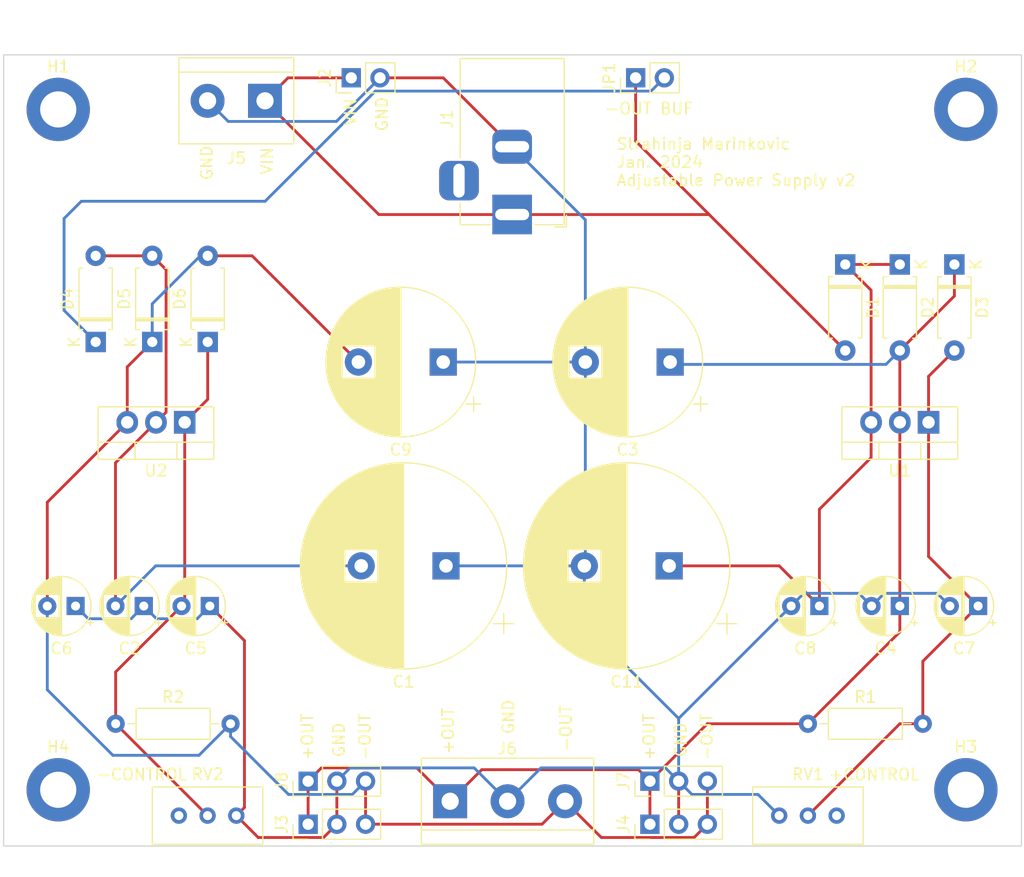
<source format=kicad_pcb>
(kicad_pcb (version 20221018) (generator pcbnew)
  (layers (0 "F.Cu" signal) (31 "B.Cu" signal) (34 "B.Paste" user) (35 "F.Paste" user) (36 "B.SilkS" user "B.Silkscreen") (37 "F.SilkS" user "F.Silkscreen") (38 "B.Mask" user) (39 "F.Mask" user) (44 "Edge.Cuts" user))
  (net 0 "")
  (net 1 "GND")
  (net 2 "POS_OUT")
  (net 3 "Net-(D6-K)")
  (net 4 "NEG_OUT")
  (net 5 "Net-(D3-A)")
  (net 6 "Net-(D1-A)")
  (net 9 "Net-(D4-K)")
  (net 10 "Net-(D4-A)")
  (net 11 "Net-(D1-K)")
  (footprint "Diode_THT:D_A-405_P7.62mm_Horizontal" (layer "F.Cu") (at 166.106784 81.788 -90)
    (fp_text reference "D1" (at 3.81 -2.47 90) (layer "F.SilkS"))
    (fp_text value "1N4002")
    (fp_text user "K" (at 0 -1.9 90) (layer "F.SilkS"))
    (pad "1" thru_hole rect (at 0 0 270) (size 1.8 1.8) (drill 0.9) (layers "*.Cu" "*.Mask") (net 11 "Net-(D1-K)"))
    (pad "2" thru_hole oval (at 7.62 0 270) (size 1.8 1.8) (drill 0.9) (layers "*.Cu" "*.Mask") (net 6 "Net-(D1-A)"))
  )
  (footprint "Capacitor_THT:CP_Radial_D5.0mm_P2.50mm" (layer "F.Cu") (at 98.044 112.014 180)
    (fp_text reference "C6" (at 1.25 -3.75) (layer "F.SilkS"))
    (fp_text value "1uF")
    (pad "1" thru_hole rect (at 0 0 180) (size 1.6 1.6) (drill 0.8) (layers "*.Cu" "*.Mask") (net 1 "GND"))
    (pad "2" thru_hole circle (at 2.5 0 180) (size 1.6 1.6) (drill 0.8) (layers "*.Cu" "*.Mask") (net 4 "NEG_OUT"))
  )
  (footprint "Capacitor_THT:CP_Radial_D13.0mm_P7.50mm" (layer "F.Cu") (at 150.622 90.424 180)
    (fp_text reference "C3" (at 3.75 -7.75) (layer "F.SilkS"))
    (fp_text value "1000uF")
    (pad "1" thru_hole rect (at 0 0 180) (size 2.4 2.4) (drill 1.2) (layers "*.Cu" "*.Mask") (net 2 "POS_OUT"))
    (pad "2" thru_hole circle (at 7.5 0 180) (size 2.4 2.4) (drill 1.2) (layers "*.Cu" "*.Mask") (net 1 "GND"))
  )
  (footprint "MountingHole:MountingHole_3.2mm_M3_DIN965_Pad" (layer "F.Cu") (at 176.774784 128.27)
    (fp_text reference "H3" (at 0 -3.8) (layer "F.SilkS"))
    (fp_text value "MountingHole")
    (pad "1" thru_hole circle (at 0 0) (size 5.6 5.6) (drill 3.2) (layers "*.Cu" "*.Mask"))
  )
  (footprint "Capacitor_THT:CP_Radial_D13.0mm_P7.50mm" (layer "F.Cu") (at 130.556 90.424 180)
    (fp_text reference "C9" (at 3.75 -7.75) (layer "F.SilkS"))
    (fp_text value "1000uF")
    (pad "1" thru_hole rect (at 0 0 180) (size 2.4 2.4) (drill 1.2) (layers "*.Cu" "*.Mask") (net 1 "GND"))
    (pad "2" thru_hole circle (at 7.5 0 180) (size 2.4 2.4) (drill 1.2) (layers "*.Cu" "*.Mask") (net 4 "NEG_OUT"))
  )
  (footprint "Capacitor_THT:CP_Radial_D5.0mm_P2.50mm" (layer "F.Cu") (at 109.917113 112.014 180)
    (fp_text reference "C5" (at 1.25 -3.75) (layer "F.SilkS"))
    (fp_text value "10uF")
    (pad "1" thru_hole rect (at 0 0 180) (size 1.6 1.6) (drill 0.8) (layers "*.Cu" "*.Mask") (net 1 "GND"))
    (pad "2" thru_hole circle (at 2.5 0 180) (size 1.6 1.6) (drill 0.8) (layers "*.Cu" "*.Mask") (net 3 "Net-(D6-K)"))
  )
  (footprint "Resistor_THT:R_Axial_DIN0207_L6.3mm_D2.5mm_P10.16mm_Horizontal" (layer "F.Cu") (at 101.590784 122.428)
    (fp_text reference "R2" (at 5.08 -2.37) (layer "F.SilkS"))
    (fp_text value "120")
    (pad "1" thru_hole circle (at 0 0) (size 1.6 1.6) (drill 0.8) (layers "*.Cu" "*.Mask") (net 3 "Net-(D6-K)"))
    (pad "2" thru_hole oval (at 10.16 0) (size 1.6 1.6) (drill 0.8) (layers "*.Cu" "*.Mask") (net 4 "NEG_OUT"))
  )
  (footprint "Connector_PinHeader_2.54mm:PinHeader_1x02_P2.54mm_Vertical" (layer "F.Cu") (at 147.569 65.278 90)
    (fp_text reference "JP1" (at 0 -2.33 90) (layer "F.SilkS"))
    (fp_text value "Jumper_2_Bridged")
    (pad "1" thru_hole rect (at 0 0 90) (size 1.7 1.7) (drill 1) (layers "*.Cu" "*.Mask") (net 6 "Net-(D1-A)"))
    (pad "2" thru_hole oval (at 0 2.54 90) (size 1.7 1.7) (drill 1) (layers "*.Cu" "*.Mask") (net 9 "Net-(D4-K)"))
  )
  (footprint "MountingHole:MountingHole_3.2mm_M3_DIN965_Pad" (layer "F.Cu") (at 96.510784 128.27)
    (fp_text reference "H4" (at 0 -3.8) (layer "F.SilkS"))
    (fp_text value "MountingHole")
    (pad "1" thru_hole circle (at 0 0) (size 5.6 5.6) (drill 3.2) (layers "*.Cu" "*.Mask"))
  )
  (footprint "Potentiometer_THT:Potentiometer_Bourns_3296W_Vertical" (layer "F.Cu") (at 112.258784 130.556)
    (fp_text reference "RV2" (at -2.54 -3.66) (layer "F.SilkS"))
    (fp_text value "10K")
    (pad "1" thru_hole circle (at 0 0) (size 1.44 1.44) (drill 0.8) (layers "*.Cu" "*.Mask") (net 1 "GND"))
    (pad "2" thru_hole circle (at -2.54 0) (size 1.44 1.44) (drill 0.8) (layers "*.Cu" "*.Mask") (net 3 "Net-(D6-K)"))
    (pad "3" thru_hole circle (at -5.08 0) (size 1.44 1.44) (drill 0.8) (layers "*.Cu" "*.Mask"))
  )
  (footprint "Connector_PinHeader_2.54mm:PinHeader_1x03_P2.54mm_Vertical" (layer "F.Cu") (at 148.834784 127.508 90)
    (fp_text reference "J7" (at 0 -2.33 90) (layer "F.SilkS"))
    (fp_text value "Conn_01x03")
    (pad "1" thru_hole rect (at 0 0 90) (size 1.7 1.7) (drill 1) (layers "*.Cu" "*.Mask") (net 2 "POS_OUT"))
    (pad "2" thru_hole oval (at 0 2.54 90) (size 1.7 1.7) (drill 1) (layers "*.Cu" "*.Mask") (net 1 "GND"))
    (pad "3" thru_hole oval (at 0 5.08 90) (size 1.7 1.7) (drill 1) (layers "*.Cu" "*.Mask") (net 4 "NEG_OUT"))
  )
  (footprint "Package_TO_SOT_THT:TO-220-3_Vertical" (layer "F.Cu") (at 107.696 95.758 180)
    (fp_text reference "U2" (at 2.54 -4.27) (layer "F.SilkS"))
    (fp_text value "LM337_TO220")
    (pad "1" thru_hole rect (at 0 0 180) (size 1.905 2) (drill 1.1) (layers "*.Cu" "*.Mask") (net 3 "Net-(D6-K)"))
    (pad "2" thru_hole oval (at 2.54 0 180) (size 1.905 2) (drill 1.1) (layers "*.Cu" "*.Mask") (net 10 "Net-(D4-A)"))
    (pad "3" thru_hole oval (at 5.08 0 180) (size 1.905 2) (drill 1.1) (layers "*.Cu" "*.Mask") (net 4 "NEG_OUT"))
  )
  (footprint "Connector_BarrelJack:BarrelJack_Horizontal" (layer "F.Cu") (at 136.652 77.374 -90)
    (fp_text reference "J1" (at -8.45 5.75 90) (layer "F.SilkS"))
    (fp_text value "Jack-DC")
    (pad "1" thru_hole rect (at 0 0 270) (size 3.5 3.5) (drill oval 1 3) (layers "*.Cu" "*.Mask") (net 6 "Net-(D1-A)"))
    (pad "2" thru_hole roundrect (at -6 0 270) (size 3 3.5) (drill oval 1 3) (layers "*.Cu" "*.Mask") (net 1 "GND"))
    (pad "3" thru_hole roundrect (at -3 4.7 270) (size 3.5 3.5) (drill oval 3 1) (layers "*.Cu" "*.Mask"))
  )
  (footprint "Potentiometer_THT:Potentiometer_Bourns_3296W_Vertical" (layer "F.Cu") (at 165.344784 130.556)
    (fp_text reference "RV1" (at -2.54 -3.66) (layer "F.SilkS"))
    (fp_text value "10K")
    (pad "1" thru_hole circle (at 0 0) (size 1.44 1.44) (drill 0.8) (layers "*.Cu" "*.Mask"))
    (pad "2" thru_hole circle (at -2.54 0) (size 1.44 1.44) (drill 0.8) (layers "*.Cu" "*.Mask") (net 5 "Net-(D3-A)"))
    (pad "3" thru_hole circle (at -5.08 0) (size 1.44 1.44) (drill 0.8) (layers "*.Cu" "*.Mask") (net 1 "GND"))
  )
  (footprint "Package_TO_SOT_THT:TO-220-3_Vertical" (layer "F.Cu") (at 173.472784 95.758 180)
    (fp_text reference "U1" (at 2.54 -4.27) (layer "F.SilkS"))
    (fp_text value "LM317_TO-220")
    (pad "1" thru_hole rect (at 0 0 180) (size 1.905 2) (drill 1.1) (layers "*.Cu" "*.Mask") (net 5 "Net-(D3-A)"))
    (pad "2" thru_hole oval (at 2.54 0 180) (size 1.905 2) (drill 1.1) (layers "*.Cu" "*.Mask") (net 2 "POS_OUT"))
    (pad "3" thru_hole oval (at 5.08 0 180) (size 1.905 2) (drill 1.1) (layers "*.Cu" "*.Mask") (net 11 "Net-(D1-K)"))
  )
  (footprint "Connector_PinHeader_2.54mm:PinHeader_1x03_P2.54mm_Vertical" (layer "F.Cu") (at 118.608784 127.508 90)
    (fp_text reference "J8" (at 0 -2.33 90) (layer "F.SilkS"))
    (fp_text value "Conn_01x03")
    (pad "1" thru_hole rect (at 0 0 90) (size 1.7 1.7) (drill 1) (layers "*.Cu" "*.Mask") (net 2 "POS_OUT"))
    (pad "2" thru_hole oval (at 0 2.54 90) (size 1.7 1.7) (drill 1) (layers "*.Cu" "*.Mask") (net 1 "GND"))
    (pad "3" thru_hole oval (at 0 5.08 90) (size 1.7 1.7) (drill 1) (layers "*.Cu" "*.Mask") (net 4 "NEG_OUT"))
  )
  (footprint "Connector_PinHeader_2.54mm:PinHeader_1x02_P2.54mm_Vertical" (layer "F.Cu") (at 122.423 65.278 90)
    (fp_text reference "J2" (at 0 -2.33 90) (layer "F.SilkS"))
    (fp_text value "Conn_01x02")
    (pad "1" thru_hole rect (at 0 0 90) (size 1.7 1.7) (drill 1) (layers "*.Cu" "*.Mask") (net 6 "Net-(D1-A)"))
    (pad "2" thru_hole oval (at 0 2.54 90) (size 1.7 1.7) (drill 1) (layers "*.Cu" "*.Mask") (net 1 "GND"))
  )
  (footprint "MountingHole:MountingHole_3.2mm_M3_DIN965_Pad" (layer "F.Cu") (at 96.510784 68.072)
    (fp_text reference "H1" (at 0 -3.8) (layer "F.SilkS"))
    (fp_text value "MountingHole")
    (pad "1" thru_hole circle (at 0 0) (size 5.6 5.6) (drill 3.2) (layers "*.Cu" "*.Mask"))
  )
  (footprint "Capacitor_THT:CP_Radial_D5.0mm_P2.50mm" (layer "F.Cu") (at 163.820784 112.014 180)
    (fp_text reference "C8" (at 1.25 -3.75) (layer "F.SilkS"))
    (fp_text value "1uF")
    (pad "1" thru_hole rect (at 0 0 180) (size 1.6 1.6) (drill 0.8) (layers "*.Cu" "*.Mask") (net 11 "Net-(D1-K)"))
    (pad "2" thru_hole circle (at 2.5 0 180) (size 1.6 1.6) (drill 0.8) (layers "*.Cu" "*.Mask") (net 1 "GND"))
  )
  (footprint "Capacitor_THT:CP_Radial_D5.0mm_P2.50mm" (layer "F.Cu") (at 177.855672 112.014 180)
    (fp_text reference "C7" (at 1.25 -3.75) (layer "F.SilkS"))
    (fp_text value "10uF")
    (pad "1" thru_hole rect (at 0 0 180) (size 1.6 1.6) (drill 0.8) (layers "*.Cu" "*.Mask") (net 5 "Net-(D3-A)"))
    (pad "2" thru_hole circle (at 2.5 0 180) (size 1.6 1.6) (drill 0.8) (layers "*.Cu" "*.Mask") (net 1 "GND"))
  )
  (footprint "Diode_THT:D_A-405_P7.62mm_Horizontal" (layer "F.Cu") (at 170.932784 81.788 -90)
    (fp_text reference "D2" (at 3.81 -2.47 90) (layer "F.SilkS"))
    (fp_text value "1N4002")
    (fp_text user "K" (at 0 -1.9 90) (layer "F.SilkS"))
    (pad "1" thru_hole rect (at 0 0 270) (size 1.8 1.8) (drill 0.9) (layers "*.Cu" "*.Mask") (net 11 "Net-(D1-K)"))
    (pad "2" thru_hole oval (at 7.62 0 270) (size 1.8 1.8) (drill 0.9) (layers "*.Cu" "*.Mask") (net 2 "POS_OUT"))
  )
  (footprint "Diode_THT:D_A-405_P7.62mm_Horizontal" (layer "F.Cu") (at 104.824784 88.646 90)
    (fp_text reference "D5" (at 3.81 -2.47 90) (layer "F.SilkS"))
    (fp_text value "1N4002")
    (fp_text user "K" (at 0 -1.9 90) (layer "F.SilkS"))
    (pad "1" thru_hole rect (at 0 0 90) (size 1.8 1.8) (drill 0.9) (layers "*.Cu" "*.Mask") (net 4 "NEG_OUT"))
    (pad "2" thru_hole oval (at 7.62 0 90) (size 1.8 1.8) (drill 0.9) (layers "*.Cu" "*.Mask") (net 10 "Net-(D4-A)"))
  )
  (footprint "Connector_PinHeader_2.54mm:PinHeader_1x03_P2.54mm_Vertical" (layer "F.Cu") (at 148.834784 131.318 90)
    (fp_text reference "J4" (at 0 -2.33 90) (layer "F.SilkS"))
    (fp_text value "Conn_01x03")
    (pad "1" thru_hole rect (at 0 0 90) (size 1.7 1.7) (drill 1) (layers "*.Cu" "*.Mask") (net 2 "POS_OUT"))
    (pad "2" thru_hole oval (at 0 2.54 90) (size 1.7 1.7) (drill 1) (layers "*.Cu" "*.Mask") (net 1 "GND"))
    (pad "3" thru_hole oval (at 0 5.08 90) (size 1.7 1.7) (drill 1) (layers "*.Cu" "*.Mask") (net 4 "NEG_OUT"))
  )
  (footprint "Capacitor_THT:CP_Radial_D18.0mm_P7.50mm" (layer "F.Cu") (at 130.800784 108.458 180)
    (fp_text reference "C1" (at 3.75 -10.25) (layer "F.SilkS"))
    (fp_text value "4700uF")
    (pad "1" thru_hole rect (at 0 0 180) (size 2.4 2.4) (drill 1.2) (layers "*.Cu" "*.Mask") (net 1 "GND"))
    (pad "2" thru_hole circle (at 7.5 0 180) (size 2.4 2.4) (drill 1.2) (layers "*.Cu" "*.Mask") (net 10 "Net-(D4-A)"))
  )
  (footprint "Resistor_THT:R_Axial_DIN0207_L6.3mm_D2.5mm_P10.16mm_Horizontal" (layer "F.Cu") (at 162.804784 122.428)
    (fp_text reference "R1" (at 5.08 -2.37) (layer "F.SilkS"))
    (fp_text value "240")
    (pad "1" thru_hole circle (at 0 0) (size 1.6 1.6) (drill 0.8) (layers "*.Cu" "*.Mask") (net 2 "POS_OUT"))
    (pad "2" thru_hole oval (at 10.16 0) (size 1.6 1.6) (drill 0.8) (layers "*.Cu" "*.Mask") (net 5 "Net-(D3-A)"))
  )
  (footprint "Capacitor_THT:CP_Radial_D5.0mm_P2.50mm" (layer "F.Cu") (at 170.932784 112.014 180)
    (fp_text reference "C4" (at 1.25 -3.75) (layer "F.SilkS"))
    (fp_text value "1uF")
    (pad "1" thru_hole rect (at 0 0 180) (size 1.6 1.6) (drill 0.8) (layers "*.Cu" "*.Mask") (net 2 "POS_OUT"))
    (pad "2" thru_hole circle (at 2.5 0 180) (size 1.6 1.6) (drill 0.8) (layers "*.Cu" "*.Mask") (net 1 "GND"))
  )
  (footprint "Diode_THT:D_A-405_P7.62mm_Horizontal" (layer "F.Cu") (at 109.728 88.646 90)
    (fp_text reference "D6" (at 3.81 -2.47 90) (layer "F.SilkS"))
    (fp_text value "1N4002")
    (fp_text user "K" (at 0 -1.9 90) (layer "F.SilkS"))
    (pad "1" thru_hole rect (at 0 0 90) (size 1.8 1.8) (drill 0.9) (layers "*.Cu" "*.Mask") (net 3 "Net-(D6-K)"))
    (pad "2" thru_hole oval (at 7.62 0 90) (size 1.8 1.8) (drill 0.9) (layers "*.Cu" "*.Mask") (net 4 "NEG_OUT"))
  )
  (footprint "Capacitor_THT:CP_Radial_D5.0mm_P2.50mm" (layer "F.Cu") (at 104.075113 112.014 180)
    (fp_text reference "C2" (at 1.25 -3.75) (layer "F.SilkS"))
    (fp_text value "1uF")
    (pad "1" thru_hole rect (at 0 0 180) (size 1.6 1.6) (drill 0.8) (layers "*.Cu" "*.Mask") (net 1 "GND"))
    (pad "2" thru_hole circle (at 2.5 0 180) (size 1.6 1.6) (drill 0.8) (layers "*.Cu" "*.Mask") (net 10 "Net-(D4-A)"))
  )
  (footprint "Connector_PinHeader_2.54mm:PinHeader_1x03_P2.54mm_Vertical" (layer "F.Cu") (at 118.608784 131.318 90)
    (fp_text reference "J3" (at 0 -2.33 90) (layer "F.SilkS"))
    (fp_text value "Conn_01x03")
    (pad "1" thru_hole rect (at 0 0 90) (size 1.7 1.7) (drill 1) (layers "*.Cu" "*.Mask") (net 2 "POS_OUT"))
    (pad "2" thru_hole oval (at 0 2.54 90) (size 1.7 1.7) (drill 1) (layers "*.Cu" "*.Mask") (net 1 "GND"))
    (pad "3" thru_hole oval (at 0 5.08 90) (size 1.7 1.7) (drill 1) (layers "*.Cu" "*.Mask") (net 4 "NEG_OUT"))
  )
  (footprint "Diode_THT:D_A-405_P7.62mm_Horizontal" (layer "F.Cu") (at 175.758784 81.788 -90)
    (fp_text reference "D3" (at 3.81 -2.47 90) (layer "F.SilkS"))
    (fp_text value "1N4002")
    (fp_text user "K" (at 0 -1.9 90) (layer "F.SilkS"))
    (pad "1" thru_hole rect (at 0 0 270) (size 1.8 1.8) (drill 0.9) (layers "*.Cu" "*.Mask") (net 2 "POS_OUT"))
    (pad "2" thru_hole oval (at 7.62 0 270) (size 1.8 1.8) (drill 0.9) (layers "*.Cu" "*.Mask") (net 5 "Net-(D3-A)"))
  )
  (footprint "TerminalBlock:TerminalBlock_bornier-2_P5.08mm" (layer "F.Cu") (at 114.798784 67.31 180)
    (fp_text reference "J5" (at 2.54 -5.08) (layer "F.SilkS"))
    (fp_text value "Conn_01x02")
    (pad "1" thru_hole rect (at 0 0 180) (size 3 3) (drill 1.52) (layers "*.Cu" "*.Mask") (net 6 "Net-(D1-A)"))
    (pad "2" thru_hole circle (at 5.08 0 180) (size 3 3) (drill 1.52) (layers "*.Cu" "*.Mask") (net 1 "GND"))
  )
  (footprint "Capacitor_THT:CP_Radial_D18.0mm_P7.50mm" (layer "F.Cu") (at 150.534564 108.458 180)
    (fp_text reference "C11" (at 3.75 -10.25) (layer "F.SilkS"))
    (fp_text value "4700uF")
    (pad "1" thru_hole rect (at 0 0 180) (size 2.4 2.4) (drill 1.2) (layers "*.Cu" "*.Mask") (net 11 "Net-(D1-K)"))
    (pad "2" thru_hole circle (at 7.5 0 180) (size 2.4 2.4) (drill 1.2) (layers "*.Cu" "*.Mask") (net 1 "GND"))
  )
  (footprint "TerminalBlock:TerminalBlock_bornier-3_P5.08mm" (layer "F.Cu") (at 131.166784 129.286)
    (fp_text reference "J6" (at 5.05 -4.65) (layer "F.SilkS"))
    (fp_text value "Conn_01x03")
    (pad "1" thru_hole rect (at 0 0) (size 3 3) (drill 1.52) (layers "*.Cu" "*.Mask") (net 2 "POS_OUT"))
    (pad "2" thru_hole circle (at 5.08 0) (size 3 3) (drill 1.52) (layers "*.Cu" "*.Mask") (net 1 "GND"))
    (pad "3" thru_hole circle (at 10.16 0) (size 3 3) (drill 1.52) (layers "*.Cu" "*.Mask") (net 4 "NEG_OUT"))
  )
  (footprint "Diode_THT:D_A-405_P7.62mm_Horizontal" (layer "F.Cu") (at 99.822 88.646 90)
    (fp_text reference "D4" (at 3.81 -2.47 90) (layer "F.SilkS"))
    (fp_text value "1N4002")
    (fp_text user "K" (at 0 -1.9 90) (layer "F.SilkS"))
    (pad "1" thru_hole rect (at 0 0 90) (size 1.8 1.8) (drill 0.9) (layers "*.Cu" "*.Mask") (net 9 "Net-(D4-K)"))
    (pad "2" thru_hole oval (at 7.62 0 90) (size 1.8 1.8) (drill 0.9) (layers "*.Cu" "*.Mask") (net 10 "Net-(D4-A)"))
  )
  (footprint "MountingHole:MountingHole_3.2mm_M3_DIN965_Pad" (layer "F.Cu") (at 176.774784 68.072)
    (fp_text reference "H2" (at 0 -3.8) (layer "F.SilkS"))
    (fp_text value "MountingHole")
    (pad "1" thru_hole circle (at 0 0) (size 5.6 5.6) (drill 3.2) (layers "*.Cu" "*.Mask"))
  )
  (gr_rect (start 91.684784 63.246) (end 181.684784 133.246) (stroke (width 0.1)) (fill none) (layer "Edge.Cuts"))
  (gr_text "+OUT" (at 131.572 125.222 90) (layer "F.SilkS") (effects (font (size 1 1)) (justify left bottom)))
  (gr_text "+CONTROL" (at 164.592 127.508) (layer "F.SilkS") (effects (font (size 1 1)) (justify left bottom)))
  (gr_text "VIN" (at 115.57 73.914 90) (layer "F.SilkS") (effects (font (size 1 1)) (justify left bottom)))
  (gr_text "+OUT" (at 149.352 125.73 90) (layer "F.SilkS") (effects (font (size 1 1)) (justify left bottom)))
  (gr_text "GND" (at 136.906 123.444 90) (layer "F.SilkS") (effects (font (size 1 1)) (justify left bottom)))
  (gr_text "Strahinja Marinkovic\nJan. 2024\nAdjustable Power Supply v2" (at 145.796 74.93) (layer "F.SilkS") (effects (font (size 1 1)) (justify left bottom)))
  (gr_text "-OUT" (at 141.986 124.968 90) (layer "F.SilkS") (effects (font (size 1 1)) (justify left bottom)))
  (gr_text "GND" (at 125.73 70.104 90) (layer "F.SilkS") (effects (font (size 1 1)) (justify left bottom)))
  (gr_text "-CONTROL" (at 99.822 127.508) (layer "F.SilkS") (effects (font (size 1 1)) (justify left bottom)))
  (gr_text "GND" (at 110.236 74.422 90) (layer "F.SilkS") (effects (font (size 1 1)) (justify left bottom)))
  (gr_text "GND" (at 121.92 125.476 90) (layer "F.SilkS") (effects (font (size 1 1)) (justify left bottom)))
  (gr_text "+OUT" (at 119.126 125.73 90) (layer "F.SilkS") (effects (font (size 1 1)) (justify left bottom)))
  (gr_text "GND" (at 152.146 125.476 90) (layer "F.SilkS") (effects (font (size 1 1)) (justify left bottom)))
  (gr_text "-OUT" (at 124.206 125.73 90) (layer "F.SilkS") (effects (font (size 1 1)) (justify left bottom)))
  (gr_text "-OUT" (at 154.432 125.73 90) (layer "F.SilkS") (effects (font (size 1 1)) (justify left bottom)))
  (gr_text "VIN" (at 122.936 69.596 90) (layer "F.SilkS") (effects (font (size 1 1)) (justify left bottom)))
  (gr_text "-OUT BUF" (at 144.78 68.58) (layer "F.SilkS") (effects (font (size 1 1)) (justify left bottom)))
  (segment (start 151.374784 127.508) (end 151.374784 131.318) (width 0.25) (layer "F.Cu") (net 1))
  (segment (start 130.556 65.278) (end 136.652 71.374) (width 0.25) (layer "F.Cu") (net 1))
  (segment (start 112.978783 115.07567) (end 109.917113 112.014) (width 0.25) (layer "F.Cu") (net 1))
  (segment (start 121.148784 127.508) (end 121.148784 131.318) (width 0.25) (layer "F.Cu") (net 1))
  (segment (start 124.963 65.278) (end 130.556 65.278) (width 0.25) (layer "F.Cu") (net 1))
  (segment (start 112.258784 130.556) (end 112.978783 129.836001) (width 0.25) (layer "F.Cu") (net 1))
  (segment (start 121.148784 131.318) (end 119.973784 132.493) (width 0.25) (layer "F.Cu") (net 1))
  (segment (start 119.973784 132.493) (end 114.195784 132.493) (width 0.25) (layer "F.Cu") (net 1))
  (segment (start 114.195784 132.493) (end 112.258784 130.556) (width 0.25) (layer "F.Cu") (net 1))
  (segment (start 112.978783 129.836001) (end 112.978783 115.07567) (width 0.25) (layer "F.Cu") (net 1))
  (segment (start 98.044 112.014) (end 99.169 113.139) (width 0.25) (layer "B.Cu") (net 1))
  (segment (start 151.374784 127.508) (end 151.374784 121.96) (width 0.25) (layer "B.Cu") (net 1))
  (segment (start 99.169 113.139) (end 102.950113 113.139) (width 0.25) (layer "B.Cu") (net 1))
  (segment (start 108.792113 113.139) (end 109.917113 112.014) (width 0.25) (layer "B.Cu") (net 1))
  (segment (start 130.800784 108.458) (end 143.034564 108.458) (width 0.25) (layer "B.Cu") (net 1))
  (segment (start 143.122 77.844) (end 143.122 90.424) (width 0.25) (layer "B.Cu") (net 1))
  (segment (start 162.445784 110.889) (end 161.320784 112.014) (width 0.25) (layer "B.Cu") (net 1))
  (segment (start 143.122 90.424) (end 143.122 108.370564) (width 0.25) (layer "B.Cu") (net 1))
  (segment (start 136.246784 129.286) (end 139.199784 126.333) (width 0.25) (layer "B.Cu") (net 1))
  (segment (start 122.323784 126.333) (end 121.148784 127.508) (width 0.25) (layer "B.Cu") (net 1))
  (segment (start 109.718784 67.31) (end 111.543784 69.135) (width 0.25) (layer "B.Cu") (net 1))
  (segment (start 136.652 71.374) (end 143.122 77.844) (width 0.25) (layer "B.Cu") (net 1))
  (segment (start 143.122 108.370564) (end 143.034564 108.458) (width 0.25) (layer "B.Cu") (net 1))
  (segment (start 104.075113 112.014) (end 105.200113 113.139) (width 0.25) (layer "B.Cu") (net 1))
  (segment (start 102.950113 113.139) (end 104.075113 112.014) (width 0.25) (layer "B.Cu") (net 1))
  (segment (start 111.543784 69.135) (end 121.106 69.135) (width 0.25) (layer "B.Cu") (net 1))
  (segment (start 150.199784 126.333) (end 151.374784 127.508) (width 0.25) (layer "B.Cu") (net 1))
  (segment (start 136.246784 129.286) (end 133.293784 126.333) (width 0.25) (layer "B.Cu") (net 1))
  (segment (start 169.557784 110.889) (end 168.432784 112.014) (width 0.25) (layer "B.Cu") (net 1))
  (segment (start 105.200113 113.139) (end 108.792113 113.139) (width 0.25) (layer "B.Cu") (net 1))
  (segment (start 175.355672 112.014) (end 174.230672 110.889) (width 0.25) (layer "B.Cu") (net 1))
  (segment (start 151.374784 121.96) (end 161.320784 112.014) (width 0.25) (layer "B.Cu") (net 1))
  (segment (start 121.106 69.135) (end 124.963 65.278) (width 0.25) (layer "B.Cu") (net 1))
  (segment (start 174.230672 110.889) (end 169.557784 110.889) (width 0.25) (layer "B.Cu") (net 1))
  (segment (start 167.307784 110.889) (end 162.445784 110.889) (width 0.25) (layer "B.Cu") (net 1))
  (segment (start 152.549784 128.683) (end 158.391784 128.683) (width 0.25) (layer "B.Cu") (net 1))
  (segment (start 151.374784 127.508) (end 152.549784 128.683) (width 0.25) (layer "B.Cu") (net 1))
  (segment (start 143.034564 108.458) (end 143.034564 113.61978) (width 0.25) (layer "B.Cu") (net 1))
  (segment (start 133.293784 126.333) (end 122.323784 126.333) (width 0.25) (layer "B.Cu") (net 1))
  (segment (start 130.556 90.424) (end 143.122 90.424) (width 0.25) (layer "B.Cu") (net 1))
  (segment (start 158.391784 128.683) (end 160.264784 130.556) (width 0.25) (layer "B.Cu") (net 1))
  (segment (start 143.034564 113.61978) (end 151.374784 121.96) (width 0.25) (layer "B.Cu") (net 1))
  (segment (start 168.432784 112.014) (end 167.307784 110.889) (width 0.25) (layer "B.Cu") (net 1))
  (segment (start 139.199784 126.333) (end 150.199784 126.333) (width 0.25) (layer "B.Cu") (net 1))
  (segment (start 131.166784 129.286) (end 133.960784 126.492) (width 0.25) (layer "F.Cu") (net 2))
  (segment (start 118.608784 127.508) (end 119.783784 126.333) (width 0.25) (layer "F.Cu") (net 2))
  (segment (start 128.213784 126.333) (end 131.166784 129.286) (width 0.25) (layer "F.Cu") (net 2))
  (segment (start 153.914784 122.428) (end 148.834784 127.508) (width 0.25) (layer "F.Cu") (net 2))
  (segment (start 119.783784 126.333) (end 128.213784 126.333) (width 0.25) (layer "F.Cu") (net 2))
  (segment (start 147.818784 126.492) (end 148.834784 127.508) (width 0.25) (layer "F.Cu") (net 2))
  (segment (start 170.932784 114.3) (end 162.804784 122.428) (width 0.25) (layer "F.Cu") (net 2))
  (segment (start 170.932784 112.014) (end 170.932784 95.758) (width 0.25) (layer "F.Cu") (net 2))
  (segment (start 148.834784 127.508) (end 148.834784 131.318) (width 0.25) (layer "F.Cu") (net 2))
  (segment (start 162.804784 122.428) (end 153.914784 122.428) (width 0.25) (layer "F.Cu") (net 2))
  (segment (start 118.608784 127.508) (end 118.608784 131.318) (width 0.25) (layer "F.Cu") (net 2))
  (segment (start 133.960784 126.492) (end 147.818784 126.492) (width 0.25) (layer "F.Cu") (net 2))
  (segment (start 170.932784 112.014) (end 170.932784 114.3) (width 0.25) (layer "F.Cu") (net 2))
  (segment (start 170.932784 95.758) (end 170.932784 89.408) (width 0.25) (layer "F.Cu") (net 2))
  (segment (start 175.758784 81.788) (end 175.758784 84.582) (width 0.25) (layer "F.Cu") (net 2))
  (segment (start 175.758784 84.582) (end 170.932784 89.408) (width 0.25) (layer "F.Cu") (net 2))
  (segment (start 150.831 90.633) (end 150.622 90.424) (width 0.25) (layer "B.Cu") (net 2))
  (segment (start 169.707784 90.633) (end 150.831 90.633) (width 0.25) (layer "B.Cu") (net 2))
  (segment (start 170.932784 89.408) (end 169.707784 90.633) (width 0.25) (layer "B.Cu") (net 2))
  (segment (start 101.590784 117.840329) (end 107.417113 112.014) (width 0.25) (layer "F.Cu") (net 3))
  (segment (start 109.728 93.726) (end 107.696 95.758) (width 0.25) (layer "F.Cu") (net 3))
  (segment (start 101.590784 122.428) (end 101.590784 117.840329) (width 0.25) (layer "F.Cu") (net 3))
  (segment (start 109.728 88.646) (end 109.728 93.726) (width 0.25) (layer "F.Cu") (net 3))
  (segment (start 107.696 111.735113) (end 107.417113 112.014) (width 0.25) (layer "F.Cu") (net 3))
  (segment (start 107.696 95.758) (end 107.696 111.735113) (width 0.25) (layer "F.Cu") (net 3))
  (segment (start 109.718784 130.556) (end 101.590784 122.428) (width 0.25) (layer "F.Cu") (net 3))
  (segment (start 141.326784 129.286) (end 139.294784 131.318) (width 0.25) (layer "F.Cu") (net 4))
  (segment (start 109.728 81.026) (end 113.658 81.026) (width 0.25) (layer "F.Cu") (net 4))
  (segment (start 102.616 95.758) (end 102.616 90.854784) (width 0.25) (layer "F.Cu") (net 4))
  (segment (start 153.914784 131.318) (end 152.739784 132.493) (width 0.25) (layer "F.Cu") (net 4))
  (segment (start 113.658 81.026) (end 123.056 90.424) (width 0.25) (layer "F.Cu") (net 4))
  (segment (start 152.739784 132.493) (end 144.533784 132.493) (width 0.25) (layer "F.Cu") (net 4))
  (segment (start 144.533784 132.493) (end 141.326784 129.286) (width 0.25) (layer "F.Cu") (net 4))
  (segment (start 102.616 90.854784) (end 104.824784 88.646) (width 0.25) (layer "F.Cu") (net 4))
  (segment (start 139.294784 131.318) (end 123.688784 131.318) (width 0.25) (layer "F.Cu") (net 4))
  (segment (start 95.544 102.83) (end 102.616 95.758) (width 0.25) (layer "F.Cu") (net 4))
  (segment (start 123.688784 127.508) (end 123.688784 131.318) (width 0.25) (layer "F.Cu") (net 4))
  (segment (start 153.914784 127.508) (end 153.914784 131.318) (width 0.25) (layer "F.Cu") (net 4))
  (segment (start 95.544 112.014) (end 95.544 102.83) (width 0.25) (layer "F.Cu") (net 4))
  (segment (start 109.728 81.026) (end 109.074784 81.026) (width 0.25) (layer "B.Cu") (net 4))
  (segment (start 123.688784 127.508) (end 122.513784 128.683) (width 0.25) (layer "B.Cu") (net 4))
  (segment (start 111.750784 123.55937) (end 111.750784 122.428) (width 0.25) (layer "B.Cu") (net 4))
  (segment (start 104.824784 85.276) (end 104.824784 88.646) (width 0.25) (layer "B.Cu") (net 4))
  (segment (start 116.874414 128.683) (end 111.750784 123.55937) (width 0.25) (layer "B.Cu") (net 4))
  (segment (start 101.346 125.222) (end 108.956784 125.222) (width 0.25) (layer "B.Cu") (net 4))
  (segment (start 95.544 119.42) (end 101.346 125.222) (width 0.25) (layer "B.Cu") (net 4))
  (segment (start 122.513784 128.683) (end 116.874414 128.683) (width 0.25) (layer "B.Cu") (net 4))
  (segment (start 109.074784 81.026) (end 104.824784 85.276) (width 0.25) (layer "B.Cu") (net 4))
  (segment (start 108.956784 125.222) (end 111.750784 122.428) (width 0.25) (layer "B.Cu") (net 4))
  (segment (start 95.544 112.014) (end 95.544 119.42) (width 0.25) (layer "B.Cu") (net 4))
  (segment (start 172.964784 122.428) (end 172.964784 116.904888) (width 0.25) (layer "F.Cu") (net 5))
  (segment (start 173.472784 107.631112) (end 177.855672 112.014) (width 0.25) (layer "F.Cu") (net 5))
  (segment (start 172.964784 122.428) (end 170.932784 122.428) (width 0.25) (layer "F.Cu") (net 5))
  (segment (start 173.472784 91.694) (end 175.758784 89.408) (width 0.25) (layer "F.Cu") (net 5))
  (segment (start 170.932784 122.428) (end 162.804784 130.556) (width 0.25) (layer "F.Cu") (net 5))
  (segment (start 173.472784 95.758) (end 173.472784 91.694) (width 0.25) (layer "F.Cu") (net 5))
  (segment (start 172.964784 116.904888) (end 177.855672 112.014) (width 0.25) (layer "F.Cu") (net 5))
  (segment (start 173.472784 95.758) (end 173.472784 107.631112) (width 0.25) (layer "F.Cu") (net 5))
  (segment (start 122.423 65.278) (end 116.830784 65.278) (width 0.25) (layer "F.Cu") (net 6))
  (segment (start 136.652 77.374) (end 124.862784 77.374) (width 0.25) (layer "F.Cu") (net 6))
  (segment (start 147.569 65.278) (end 147.569 70.870216) (width 0.25) (layer "F.Cu") (net 6))
  (segment (start 147.569 70.870216) (end 154.072784 77.374) (width 0.25) (layer "F.Cu") (net 6))
  (segment (start 124.862784 77.374) (end 114.798784 67.31) (width 0.25) (layer "F.Cu") (net 6))
  (segment (start 154.072784 77.374) (end 136.652 77.374) (width 0.25) (layer "F.Cu") (net 6))
  (segment (start 116.830784 65.278) (end 114.798784 67.31) (width 0.25) (layer "F.Cu") (net 6))
  (segment (start 166.106784 89.408) (end 154.072784 77.374) (width 0.25) (layer "F.Cu") (net 6))
  (segment (start 148.934 66.453) (end 124.555 66.453) (width 0.25) (layer "B.Cu") (net 9))
  (segment (start 150.109 65.278) (end 148.934 66.453) (width 0.25) (layer "B.Cu") (net 9))
  (segment (start 97.028 85.852) (end 99.822 88.646) (width 0.25) (layer "B.Cu") (net 9))
  (segment (start 114.808 76.2) (end 98.552 76.2) (width 0.25) (layer "B.Cu") (net 9))
  (segment (start 124.555 66.453) (end 114.808 76.2) (width 0.25) (layer "B.Cu") (net 9))
  (segment (start 98.552 76.2) (end 97.028 77.724) (width 0.25) (layer "B.Cu") (net 9))
  (segment (start 97.028 77.724) (end 97.028 85.852) (width 0.25) (layer "B.Cu") (net 9))
  (segment (start 105.156 95.758) (end 106.049784 94.864216) (width 0.25) (layer "F.Cu") (net 10))
  (segment (start 101.575113 112.014) (end 101.575113 99.338887) (width 0.25) (layer "F.Cu") (net 10))
  (segment (start 106.049784 82.251) (end 104.824784 81.026) (width 0.25) (layer "F.Cu") (net 10))
  (segment (start 104.824784 81.026) (end 99.822 81.026) (width 0.25) (layer "F.Cu") (net 10))
  (segment (start 106.049784 94.864216) (end 106.049784 82.251) (width 0.25) (layer "F.Cu") (net 10))
  (segment (start 101.575113 99.338887) (end 105.156 95.758) (width 0.25) (layer "F.Cu") (net 10))
  (segment (start 105.131113 108.458) (end 123.300784 108.458) (width 0.25) (layer "B.Cu") (net 10))
  (segment (start 101.575113 112.014) (end 105.131113 108.458) (width 0.25) (layer "B.Cu") (net 10))
  (segment (start 163.820784 103.449) (end 168.392784 98.877) (width 0.25) (layer "F.Cu") (net 11))
  (segment (start 168.392784 95.758) (end 168.392784 84.074) (width 0.25) (layer "F.Cu") (net 11))
  (segment (start 168.392784 98.877) (end 168.392784 95.758) (width 0.25) (layer "F.Cu") (net 11))
  (segment (start 168.392784 84.074) (end 166.106784 81.788) (width 0.25) (layer "F.Cu") (net 11))
  (segment (start 160.264784 108.458) (end 150.534564 108.458) (width 0.25) (layer "F.Cu") (net 11))
  (segment (start 166.106784 81.788) (end 170.932784 81.788) (width 0.25) (layer "F.Cu") (net 11))
  (segment (start 163.820784 112.014) (end 163.820784 103.449) (width 0.25) (layer "F.Cu") (net 11))
  (segment (start 163.820784 112.014) (end 160.264784 108.458) (width 0.25) (layer "F.Cu") (net 11))
)
</source>
